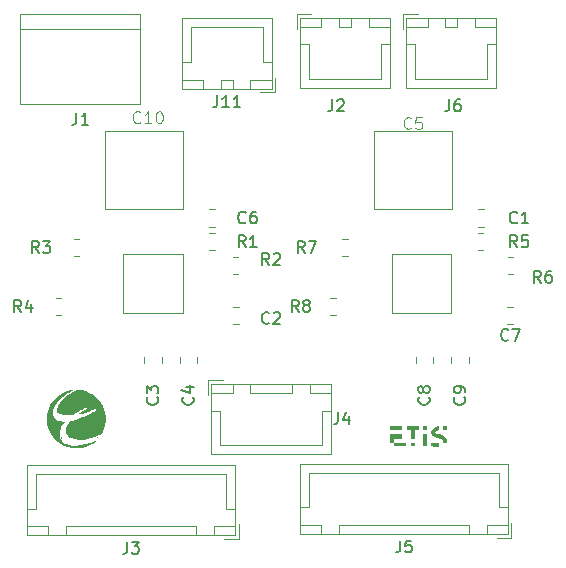
<source format=gbr>
%TF.GenerationSoftware,KiCad,Pcbnew,8.0.6*%
%TF.CreationDate,2025-01-21T14:15:01+01:00*%
%TF.ProjectId,Drivers_PCB,44726976-6572-4735-9f50-43422e6b6963,rev?*%
%TF.SameCoordinates,Original*%
%TF.FileFunction,Legend,Top*%
%TF.FilePolarity,Positive*%
%FSLAX46Y46*%
G04 Gerber Fmt 4.6, Leading zero omitted, Abs format (unit mm)*
G04 Created by KiCad (PCBNEW 8.0.6) date 2025-01-21 14:15:01*
%MOMM*%
%LPD*%
G01*
G04 APERTURE LIST*
%ADD10C,0.150000*%
%ADD11C,0.100000*%
%ADD12C,0.120000*%
%ADD13C,0.000000*%
%ADD14C,0.050000*%
G04 APERTURE END LIST*
D10*
X116833333Y-65859580D02*
X116785714Y-65907200D01*
X116785714Y-65907200D02*
X116642857Y-65954819D01*
X116642857Y-65954819D02*
X116547619Y-65954819D01*
X116547619Y-65954819D02*
X116404762Y-65907200D01*
X116404762Y-65907200D02*
X116309524Y-65811961D01*
X116309524Y-65811961D02*
X116261905Y-65716723D01*
X116261905Y-65716723D02*
X116214286Y-65526247D01*
X116214286Y-65526247D02*
X116214286Y-65383390D01*
X116214286Y-65383390D02*
X116261905Y-65192914D01*
X116261905Y-65192914D02*
X116309524Y-65097676D01*
X116309524Y-65097676D02*
X116404762Y-65002438D01*
X116404762Y-65002438D02*
X116547619Y-64954819D01*
X116547619Y-64954819D02*
X116642857Y-64954819D01*
X116642857Y-64954819D02*
X116785714Y-65002438D01*
X116785714Y-65002438D02*
X116833333Y-65050057D01*
X117690476Y-64954819D02*
X117500000Y-64954819D01*
X117500000Y-64954819D02*
X117404762Y-65002438D01*
X117404762Y-65002438D02*
X117357143Y-65050057D01*
X117357143Y-65050057D02*
X117261905Y-65192914D01*
X117261905Y-65192914D02*
X117214286Y-65383390D01*
X117214286Y-65383390D02*
X117214286Y-65764342D01*
X117214286Y-65764342D02*
X117261905Y-65859580D01*
X117261905Y-65859580D02*
X117309524Y-65907200D01*
X117309524Y-65907200D02*
X117404762Y-65954819D01*
X117404762Y-65954819D02*
X117595238Y-65954819D01*
X117595238Y-65954819D02*
X117690476Y-65907200D01*
X117690476Y-65907200D02*
X117738095Y-65859580D01*
X117738095Y-65859580D02*
X117785714Y-65764342D01*
X117785714Y-65764342D02*
X117785714Y-65526247D01*
X117785714Y-65526247D02*
X117738095Y-65431009D01*
X117738095Y-65431009D02*
X117690476Y-65383390D01*
X117690476Y-65383390D02*
X117595238Y-65335771D01*
X117595238Y-65335771D02*
X117404762Y-65335771D01*
X117404762Y-65335771D02*
X117309524Y-65383390D01*
X117309524Y-65383390D02*
X117261905Y-65431009D01*
X117261905Y-65431009D02*
X117214286Y-65526247D01*
X102516666Y-56584819D02*
X102516666Y-57299104D01*
X102516666Y-57299104D02*
X102469047Y-57441961D01*
X102469047Y-57441961D02*
X102373809Y-57537200D01*
X102373809Y-57537200D02*
X102230952Y-57584819D01*
X102230952Y-57584819D02*
X102135714Y-57584819D01*
X103516666Y-57584819D02*
X102945238Y-57584819D01*
X103230952Y-57584819D02*
X103230952Y-56584819D01*
X103230952Y-56584819D02*
X103135714Y-56727676D01*
X103135714Y-56727676D02*
X103040476Y-56822914D01*
X103040476Y-56822914D02*
X102945238Y-56870533D01*
X129916666Y-92804819D02*
X129916666Y-93519104D01*
X129916666Y-93519104D02*
X129869047Y-93661961D01*
X129869047Y-93661961D02*
X129773809Y-93757200D01*
X129773809Y-93757200D02*
X129630952Y-93804819D01*
X129630952Y-93804819D02*
X129535714Y-93804819D01*
X130869047Y-92804819D02*
X130392857Y-92804819D01*
X130392857Y-92804819D02*
X130345238Y-93281009D01*
X130345238Y-93281009D02*
X130392857Y-93233390D01*
X130392857Y-93233390D02*
X130488095Y-93185771D01*
X130488095Y-93185771D02*
X130726190Y-93185771D01*
X130726190Y-93185771D02*
X130821428Y-93233390D01*
X130821428Y-93233390D02*
X130869047Y-93281009D01*
X130869047Y-93281009D02*
X130916666Y-93376247D01*
X130916666Y-93376247D02*
X130916666Y-93614342D01*
X130916666Y-93614342D02*
X130869047Y-93709580D01*
X130869047Y-93709580D02*
X130821428Y-93757200D01*
X130821428Y-93757200D02*
X130726190Y-93804819D01*
X130726190Y-93804819D02*
X130488095Y-93804819D01*
X130488095Y-93804819D02*
X130392857Y-93757200D01*
X130392857Y-93757200D02*
X130345238Y-93709580D01*
X121333333Y-73454819D02*
X121000000Y-72978628D01*
X120761905Y-73454819D02*
X120761905Y-72454819D01*
X120761905Y-72454819D02*
X121142857Y-72454819D01*
X121142857Y-72454819D02*
X121238095Y-72502438D01*
X121238095Y-72502438D02*
X121285714Y-72550057D01*
X121285714Y-72550057D02*
X121333333Y-72645295D01*
X121333333Y-72645295D02*
X121333333Y-72788152D01*
X121333333Y-72788152D02*
X121285714Y-72883390D01*
X121285714Y-72883390D02*
X121238095Y-72931009D01*
X121238095Y-72931009D02*
X121142857Y-72978628D01*
X121142857Y-72978628D02*
X120761905Y-72978628D01*
X121904762Y-72883390D02*
X121809524Y-72835771D01*
X121809524Y-72835771D02*
X121761905Y-72788152D01*
X121761905Y-72788152D02*
X121714286Y-72692914D01*
X121714286Y-72692914D02*
X121714286Y-72645295D01*
X121714286Y-72645295D02*
X121761905Y-72550057D01*
X121761905Y-72550057D02*
X121809524Y-72502438D01*
X121809524Y-72502438D02*
X121904762Y-72454819D01*
X121904762Y-72454819D02*
X122095238Y-72454819D01*
X122095238Y-72454819D02*
X122190476Y-72502438D01*
X122190476Y-72502438D02*
X122238095Y-72550057D01*
X122238095Y-72550057D02*
X122285714Y-72645295D01*
X122285714Y-72645295D02*
X122285714Y-72692914D01*
X122285714Y-72692914D02*
X122238095Y-72788152D01*
X122238095Y-72788152D02*
X122190476Y-72835771D01*
X122190476Y-72835771D02*
X122095238Y-72883390D01*
X122095238Y-72883390D02*
X121904762Y-72883390D01*
X121904762Y-72883390D02*
X121809524Y-72931009D01*
X121809524Y-72931009D02*
X121761905Y-72978628D01*
X121761905Y-72978628D02*
X121714286Y-73073866D01*
X121714286Y-73073866D02*
X121714286Y-73264342D01*
X121714286Y-73264342D02*
X121761905Y-73359580D01*
X121761905Y-73359580D02*
X121809524Y-73407200D01*
X121809524Y-73407200D02*
X121904762Y-73454819D01*
X121904762Y-73454819D02*
X122095238Y-73454819D01*
X122095238Y-73454819D02*
X122190476Y-73407200D01*
X122190476Y-73407200D02*
X122238095Y-73359580D01*
X122238095Y-73359580D02*
X122285714Y-73264342D01*
X122285714Y-73264342D02*
X122285714Y-73073866D01*
X122285714Y-73073866D02*
X122238095Y-72978628D01*
X122238095Y-72978628D02*
X122190476Y-72931009D01*
X122190476Y-72931009D02*
X122095238Y-72883390D01*
X118833333Y-74359580D02*
X118785714Y-74407200D01*
X118785714Y-74407200D02*
X118642857Y-74454819D01*
X118642857Y-74454819D02*
X118547619Y-74454819D01*
X118547619Y-74454819D02*
X118404762Y-74407200D01*
X118404762Y-74407200D02*
X118309524Y-74311961D01*
X118309524Y-74311961D02*
X118261905Y-74216723D01*
X118261905Y-74216723D02*
X118214286Y-74026247D01*
X118214286Y-74026247D02*
X118214286Y-73883390D01*
X118214286Y-73883390D02*
X118261905Y-73692914D01*
X118261905Y-73692914D02*
X118309524Y-73597676D01*
X118309524Y-73597676D02*
X118404762Y-73502438D01*
X118404762Y-73502438D02*
X118547619Y-73454819D01*
X118547619Y-73454819D02*
X118642857Y-73454819D01*
X118642857Y-73454819D02*
X118785714Y-73502438D01*
X118785714Y-73502438D02*
X118833333Y-73550057D01*
X119214286Y-73550057D02*
X119261905Y-73502438D01*
X119261905Y-73502438D02*
X119357143Y-73454819D01*
X119357143Y-73454819D02*
X119595238Y-73454819D01*
X119595238Y-73454819D02*
X119690476Y-73502438D01*
X119690476Y-73502438D02*
X119738095Y-73550057D01*
X119738095Y-73550057D02*
X119785714Y-73645295D01*
X119785714Y-73645295D02*
X119785714Y-73740533D01*
X119785714Y-73740533D02*
X119738095Y-73883390D01*
X119738095Y-73883390D02*
X119166667Y-74454819D01*
X119166667Y-74454819D02*
X119785714Y-74454819D01*
X141833333Y-70954819D02*
X141500000Y-70478628D01*
X141261905Y-70954819D02*
X141261905Y-69954819D01*
X141261905Y-69954819D02*
X141642857Y-69954819D01*
X141642857Y-69954819D02*
X141738095Y-70002438D01*
X141738095Y-70002438D02*
X141785714Y-70050057D01*
X141785714Y-70050057D02*
X141833333Y-70145295D01*
X141833333Y-70145295D02*
X141833333Y-70288152D01*
X141833333Y-70288152D02*
X141785714Y-70383390D01*
X141785714Y-70383390D02*
X141738095Y-70431009D01*
X141738095Y-70431009D02*
X141642857Y-70478628D01*
X141642857Y-70478628D02*
X141261905Y-70478628D01*
X142690476Y-69954819D02*
X142500000Y-69954819D01*
X142500000Y-69954819D02*
X142404762Y-70002438D01*
X142404762Y-70002438D02*
X142357143Y-70050057D01*
X142357143Y-70050057D02*
X142261905Y-70192914D01*
X142261905Y-70192914D02*
X142214286Y-70383390D01*
X142214286Y-70383390D02*
X142214286Y-70764342D01*
X142214286Y-70764342D02*
X142261905Y-70859580D01*
X142261905Y-70859580D02*
X142309524Y-70907200D01*
X142309524Y-70907200D02*
X142404762Y-70954819D01*
X142404762Y-70954819D02*
X142595238Y-70954819D01*
X142595238Y-70954819D02*
X142690476Y-70907200D01*
X142690476Y-70907200D02*
X142738095Y-70859580D01*
X142738095Y-70859580D02*
X142785714Y-70764342D01*
X142785714Y-70764342D02*
X142785714Y-70526247D01*
X142785714Y-70526247D02*
X142738095Y-70431009D01*
X142738095Y-70431009D02*
X142690476Y-70383390D01*
X142690476Y-70383390D02*
X142595238Y-70335771D01*
X142595238Y-70335771D02*
X142404762Y-70335771D01*
X142404762Y-70335771D02*
X142309524Y-70383390D01*
X142309524Y-70383390D02*
X142261905Y-70431009D01*
X142261905Y-70431009D02*
X142214286Y-70526247D01*
X134066666Y-55454819D02*
X134066666Y-56169104D01*
X134066666Y-56169104D02*
X134019047Y-56311961D01*
X134019047Y-56311961D02*
X133923809Y-56407200D01*
X133923809Y-56407200D02*
X133780952Y-56454819D01*
X133780952Y-56454819D02*
X133685714Y-56454819D01*
X134971428Y-55454819D02*
X134780952Y-55454819D01*
X134780952Y-55454819D02*
X134685714Y-55502438D01*
X134685714Y-55502438D02*
X134638095Y-55550057D01*
X134638095Y-55550057D02*
X134542857Y-55692914D01*
X134542857Y-55692914D02*
X134495238Y-55883390D01*
X134495238Y-55883390D02*
X134495238Y-56264342D01*
X134495238Y-56264342D02*
X134542857Y-56359580D01*
X134542857Y-56359580D02*
X134590476Y-56407200D01*
X134590476Y-56407200D02*
X134685714Y-56454819D01*
X134685714Y-56454819D02*
X134876190Y-56454819D01*
X134876190Y-56454819D02*
X134971428Y-56407200D01*
X134971428Y-56407200D02*
X135019047Y-56359580D01*
X135019047Y-56359580D02*
X135066666Y-56264342D01*
X135066666Y-56264342D02*
X135066666Y-56026247D01*
X135066666Y-56026247D02*
X135019047Y-55931009D01*
X135019047Y-55931009D02*
X134971428Y-55883390D01*
X134971428Y-55883390D02*
X134876190Y-55835771D01*
X134876190Y-55835771D02*
X134685714Y-55835771D01*
X134685714Y-55835771D02*
X134590476Y-55883390D01*
X134590476Y-55883390D02*
X134542857Y-55931009D01*
X134542857Y-55931009D02*
X134495238Y-56026247D01*
X116833333Y-67954819D02*
X116500000Y-67478628D01*
X116261905Y-67954819D02*
X116261905Y-66954819D01*
X116261905Y-66954819D02*
X116642857Y-66954819D01*
X116642857Y-66954819D02*
X116738095Y-67002438D01*
X116738095Y-67002438D02*
X116785714Y-67050057D01*
X116785714Y-67050057D02*
X116833333Y-67145295D01*
X116833333Y-67145295D02*
X116833333Y-67288152D01*
X116833333Y-67288152D02*
X116785714Y-67383390D01*
X116785714Y-67383390D02*
X116738095Y-67431009D01*
X116738095Y-67431009D02*
X116642857Y-67478628D01*
X116642857Y-67478628D02*
X116261905Y-67478628D01*
X117785714Y-67954819D02*
X117214286Y-67954819D01*
X117500000Y-67954819D02*
X117500000Y-66954819D01*
X117500000Y-66954819D02*
X117404762Y-67097676D01*
X117404762Y-67097676D02*
X117309524Y-67192914D01*
X117309524Y-67192914D02*
X117214286Y-67240533D01*
X106816666Y-92904819D02*
X106816666Y-93619104D01*
X106816666Y-93619104D02*
X106769047Y-93761961D01*
X106769047Y-93761961D02*
X106673809Y-93857200D01*
X106673809Y-93857200D02*
X106530952Y-93904819D01*
X106530952Y-93904819D02*
X106435714Y-93904819D01*
X107197619Y-92904819D02*
X107816666Y-92904819D01*
X107816666Y-92904819D02*
X107483333Y-93285771D01*
X107483333Y-93285771D02*
X107626190Y-93285771D01*
X107626190Y-93285771D02*
X107721428Y-93333390D01*
X107721428Y-93333390D02*
X107769047Y-93381009D01*
X107769047Y-93381009D02*
X107816666Y-93476247D01*
X107816666Y-93476247D02*
X107816666Y-93714342D01*
X107816666Y-93714342D02*
X107769047Y-93809580D01*
X107769047Y-93809580D02*
X107721428Y-93857200D01*
X107721428Y-93857200D02*
X107626190Y-93904819D01*
X107626190Y-93904819D02*
X107340476Y-93904819D01*
X107340476Y-93904819D02*
X107245238Y-93857200D01*
X107245238Y-93857200D02*
X107197619Y-93809580D01*
X99333333Y-68454819D02*
X99000000Y-67978628D01*
X98761905Y-68454819D02*
X98761905Y-67454819D01*
X98761905Y-67454819D02*
X99142857Y-67454819D01*
X99142857Y-67454819D02*
X99238095Y-67502438D01*
X99238095Y-67502438D02*
X99285714Y-67550057D01*
X99285714Y-67550057D02*
X99333333Y-67645295D01*
X99333333Y-67645295D02*
X99333333Y-67788152D01*
X99333333Y-67788152D02*
X99285714Y-67883390D01*
X99285714Y-67883390D02*
X99238095Y-67931009D01*
X99238095Y-67931009D02*
X99142857Y-67978628D01*
X99142857Y-67978628D02*
X98761905Y-67978628D01*
X99666667Y-67454819D02*
X100285714Y-67454819D01*
X100285714Y-67454819D02*
X99952381Y-67835771D01*
X99952381Y-67835771D02*
X100095238Y-67835771D01*
X100095238Y-67835771D02*
X100190476Y-67883390D01*
X100190476Y-67883390D02*
X100238095Y-67931009D01*
X100238095Y-67931009D02*
X100285714Y-68026247D01*
X100285714Y-68026247D02*
X100285714Y-68264342D01*
X100285714Y-68264342D02*
X100238095Y-68359580D01*
X100238095Y-68359580D02*
X100190476Y-68407200D01*
X100190476Y-68407200D02*
X100095238Y-68454819D01*
X100095238Y-68454819D02*
X99809524Y-68454819D01*
X99809524Y-68454819D02*
X99714286Y-68407200D01*
X99714286Y-68407200D02*
X99666667Y-68359580D01*
X118833333Y-69454819D02*
X118500000Y-68978628D01*
X118261905Y-69454819D02*
X118261905Y-68454819D01*
X118261905Y-68454819D02*
X118642857Y-68454819D01*
X118642857Y-68454819D02*
X118738095Y-68502438D01*
X118738095Y-68502438D02*
X118785714Y-68550057D01*
X118785714Y-68550057D02*
X118833333Y-68645295D01*
X118833333Y-68645295D02*
X118833333Y-68788152D01*
X118833333Y-68788152D02*
X118785714Y-68883390D01*
X118785714Y-68883390D02*
X118738095Y-68931009D01*
X118738095Y-68931009D02*
X118642857Y-68978628D01*
X118642857Y-68978628D02*
X118261905Y-68978628D01*
X119214286Y-68550057D02*
X119261905Y-68502438D01*
X119261905Y-68502438D02*
X119357143Y-68454819D01*
X119357143Y-68454819D02*
X119595238Y-68454819D01*
X119595238Y-68454819D02*
X119690476Y-68502438D01*
X119690476Y-68502438D02*
X119738095Y-68550057D01*
X119738095Y-68550057D02*
X119785714Y-68645295D01*
X119785714Y-68645295D02*
X119785714Y-68740533D01*
X119785714Y-68740533D02*
X119738095Y-68883390D01*
X119738095Y-68883390D02*
X119166667Y-69454819D01*
X119166667Y-69454819D02*
X119785714Y-69454819D01*
X139083333Y-75789580D02*
X139035714Y-75837200D01*
X139035714Y-75837200D02*
X138892857Y-75884819D01*
X138892857Y-75884819D02*
X138797619Y-75884819D01*
X138797619Y-75884819D02*
X138654762Y-75837200D01*
X138654762Y-75837200D02*
X138559524Y-75741961D01*
X138559524Y-75741961D02*
X138511905Y-75646723D01*
X138511905Y-75646723D02*
X138464286Y-75456247D01*
X138464286Y-75456247D02*
X138464286Y-75313390D01*
X138464286Y-75313390D02*
X138511905Y-75122914D01*
X138511905Y-75122914D02*
X138559524Y-75027676D01*
X138559524Y-75027676D02*
X138654762Y-74932438D01*
X138654762Y-74932438D02*
X138797619Y-74884819D01*
X138797619Y-74884819D02*
X138892857Y-74884819D01*
X138892857Y-74884819D02*
X139035714Y-74932438D01*
X139035714Y-74932438D02*
X139083333Y-74980057D01*
X139416667Y-74884819D02*
X140083333Y-74884819D01*
X140083333Y-74884819D02*
X139654762Y-75884819D01*
X132359580Y-80666666D02*
X132407200Y-80714285D01*
X132407200Y-80714285D02*
X132454819Y-80857142D01*
X132454819Y-80857142D02*
X132454819Y-80952380D01*
X132454819Y-80952380D02*
X132407200Y-81095237D01*
X132407200Y-81095237D02*
X132311961Y-81190475D01*
X132311961Y-81190475D02*
X132216723Y-81238094D01*
X132216723Y-81238094D02*
X132026247Y-81285713D01*
X132026247Y-81285713D02*
X131883390Y-81285713D01*
X131883390Y-81285713D02*
X131692914Y-81238094D01*
X131692914Y-81238094D02*
X131597676Y-81190475D01*
X131597676Y-81190475D02*
X131502438Y-81095237D01*
X131502438Y-81095237D02*
X131454819Y-80952380D01*
X131454819Y-80952380D02*
X131454819Y-80857142D01*
X131454819Y-80857142D02*
X131502438Y-80714285D01*
X131502438Y-80714285D02*
X131550057Y-80666666D01*
X131883390Y-80095237D02*
X131835771Y-80190475D01*
X131835771Y-80190475D02*
X131788152Y-80238094D01*
X131788152Y-80238094D02*
X131692914Y-80285713D01*
X131692914Y-80285713D02*
X131645295Y-80285713D01*
X131645295Y-80285713D02*
X131550057Y-80238094D01*
X131550057Y-80238094D02*
X131502438Y-80190475D01*
X131502438Y-80190475D02*
X131454819Y-80095237D01*
X131454819Y-80095237D02*
X131454819Y-79904761D01*
X131454819Y-79904761D02*
X131502438Y-79809523D01*
X131502438Y-79809523D02*
X131550057Y-79761904D01*
X131550057Y-79761904D02*
X131645295Y-79714285D01*
X131645295Y-79714285D02*
X131692914Y-79714285D01*
X131692914Y-79714285D02*
X131788152Y-79761904D01*
X131788152Y-79761904D02*
X131835771Y-79809523D01*
X131835771Y-79809523D02*
X131883390Y-79904761D01*
X131883390Y-79904761D02*
X131883390Y-80095237D01*
X131883390Y-80095237D02*
X131931009Y-80190475D01*
X131931009Y-80190475D02*
X131978628Y-80238094D01*
X131978628Y-80238094D02*
X132073866Y-80285713D01*
X132073866Y-80285713D02*
X132264342Y-80285713D01*
X132264342Y-80285713D02*
X132359580Y-80238094D01*
X132359580Y-80238094D02*
X132407200Y-80190475D01*
X132407200Y-80190475D02*
X132454819Y-80095237D01*
X132454819Y-80095237D02*
X132454819Y-79904761D01*
X132454819Y-79904761D02*
X132407200Y-79809523D01*
X132407200Y-79809523D02*
X132359580Y-79761904D01*
X132359580Y-79761904D02*
X132264342Y-79714285D01*
X132264342Y-79714285D02*
X132073866Y-79714285D01*
X132073866Y-79714285D02*
X131978628Y-79761904D01*
X131978628Y-79761904D02*
X131931009Y-79809523D01*
X131931009Y-79809523D02*
X131883390Y-79904761D01*
X121833333Y-68454819D02*
X121500000Y-67978628D01*
X121261905Y-68454819D02*
X121261905Y-67454819D01*
X121261905Y-67454819D02*
X121642857Y-67454819D01*
X121642857Y-67454819D02*
X121738095Y-67502438D01*
X121738095Y-67502438D02*
X121785714Y-67550057D01*
X121785714Y-67550057D02*
X121833333Y-67645295D01*
X121833333Y-67645295D02*
X121833333Y-67788152D01*
X121833333Y-67788152D02*
X121785714Y-67883390D01*
X121785714Y-67883390D02*
X121738095Y-67931009D01*
X121738095Y-67931009D02*
X121642857Y-67978628D01*
X121642857Y-67978628D02*
X121261905Y-67978628D01*
X122166667Y-67454819D02*
X122833333Y-67454819D01*
X122833333Y-67454819D02*
X122404762Y-68454819D01*
D11*
X130833333Y-57862180D02*
X130785714Y-57909800D01*
X130785714Y-57909800D02*
X130642857Y-57957419D01*
X130642857Y-57957419D02*
X130547619Y-57957419D01*
X130547619Y-57957419D02*
X130404762Y-57909800D01*
X130404762Y-57909800D02*
X130309524Y-57814561D01*
X130309524Y-57814561D02*
X130261905Y-57719323D01*
X130261905Y-57719323D02*
X130214286Y-57528847D01*
X130214286Y-57528847D02*
X130214286Y-57385990D01*
X130214286Y-57385990D02*
X130261905Y-57195514D01*
X130261905Y-57195514D02*
X130309524Y-57100276D01*
X130309524Y-57100276D02*
X130404762Y-57005038D01*
X130404762Y-57005038D02*
X130547619Y-56957419D01*
X130547619Y-56957419D02*
X130642857Y-56957419D01*
X130642857Y-56957419D02*
X130785714Y-57005038D01*
X130785714Y-57005038D02*
X130833333Y-57052657D01*
X131738095Y-56957419D02*
X131261905Y-56957419D01*
X131261905Y-56957419D02*
X131214286Y-57433609D01*
X131214286Y-57433609D02*
X131261905Y-57385990D01*
X131261905Y-57385990D02*
X131357143Y-57338371D01*
X131357143Y-57338371D02*
X131595238Y-57338371D01*
X131595238Y-57338371D02*
X131690476Y-57385990D01*
X131690476Y-57385990D02*
X131738095Y-57433609D01*
X131738095Y-57433609D02*
X131785714Y-57528847D01*
X131785714Y-57528847D02*
X131785714Y-57766942D01*
X131785714Y-57766942D02*
X131738095Y-57862180D01*
X131738095Y-57862180D02*
X131690476Y-57909800D01*
X131690476Y-57909800D02*
X131595238Y-57957419D01*
X131595238Y-57957419D02*
X131357143Y-57957419D01*
X131357143Y-57957419D02*
X131261905Y-57909800D01*
X131261905Y-57909800D02*
X131214286Y-57862180D01*
D10*
X139833333Y-67954819D02*
X139500000Y-67478628D01*
X139261905Y-67954819D02*
X139261905Y-66954819D01*
X139261905Y-66954819D02*
X139642857Y-66954819D01*
X139642857Y-66954819D02*
X139738095Y-67002438D01*
X139738095Y-67002438D02*
X139785714Y-67050057D01*
X139785714Y-67050057D02*
X139833333Y-67145295D01*
X139833333Y-67145295D02*
X139833333Y-67288152D01*
X139833333Y-67288152D02*
X139785714Y-67383390D01*
X139785714Y-67383390D02*
X139738095Y-67431009D01*
X139738095Y-67431009D02*
X139642857Y-67478628D01*
X139642857Y-67478628D02*
X139261905Y-67478628D01*
X140738095Y-66954819D02*
X140261905Y-66954819D01*
X140261905Y-66954819D02*
X140214286Y-67431009D01*
X140214286Y-67431009D02*
X140261905Y-67383390D01*
X140261905Y-67383390D02*
X140357143Y-67335771D01*
X140357143Y-67335771D02*
X140595238Y-67335771D01*
X140595238Y-67335771D02*
X140690476Y-67383390D01*
X140690476Y-67383390D02*
X140738095Y-67431009D01*
X140738095Y-67431009D02*
X140785714Y-67526247D01*
X140785714Y-67526247D02*
X140785714Y-67764342D01*
X140785714Y-67764342D02*
X140738095Y-67859580D01*
X140738095Y-67859580D02*
X140690476Y-67907200D01*
X140690476Y-67907200D02*
X140595238Y-67954819D01*
X140595238Y-67954819D02*
X140357143Y-67954819D01*
X140357143Y-67954819D02*
X140261905Y-67907200D01*
X140261905Y-67907200D02*
X140214286Y-67859580D01*
X124666666Y-81954819D02*
X124666666Y-82669104D01*
X124666666Y-82669104D02*
X124619047Y-82811961D01*
X124619047Y-82811961D02*
X124523809Y-82907200D01*
X124523809Y-82907200D02*
X124380952Y-82954819D01*
X124380952Y-82954819D02*
X124285714Y-82954819D01*
X125571428Y-82288152D02*
X125571428Y-82954819D01*
X125333333Y-81907200D02*
X125095238Y-82621485D01*
X125095238Y-82621485D02*
X125714285Y-82621485D01*
D11*
X107907142Y-57362180D02*
X107859523Y-57409800D01*
X107859523Y-57409800D02*
X107716666Y-57457419D01*
X107716666Y-57457419D02*
X107621428Y-57457419D01*
X107621428Y-57457419D02*
X107478571Y-57409800D01*
X107478571Y-57409800D02*
X107383333Y-57314561D01*
X107383333Y-57314561D02*
X107335714Y-57219323D01*
X107335714Y-57219323D02*
X107288095Y-57028847D01*
X107288095Y-57028847D02*
X107288095Y-56885990D01*
X107288095Y-56885990D02*
X107335714Y-56695514D01*
X107335714Y-56695514D02*
X107383333Y-56600276D01*
X107383333Y-56600276D02*
X107478571Y-56505038D01*
X107478571Y-56505038D02*
X107621428Y-56457419D01*
X107621428Y-56457419D02*
X107716666Y-56457419D01*
X107716666Y-56457419D02*
X107859523Y-56505038D01*
X107859523Y-56505038D02*
X107907142Y-56552657D01*
X108859523Y-57457419D02*
X108288095Y-57457419D01*
X108573809Y-57457419D02*
X108573809Y-56457419D01*
X108573809Y-56457419D02*
X108478571Y-56600276D01*
X108478571Y-56600276D02*
X108383333Y-56695514D01*
X108383333Y-56695514D02*
X108288095Y-56743133D01*
X109478571Y-56457419D02*
X109573809Y-56457419D01*
X109573809Y-56457419D02*
X109669047Y-56505038D01*
X109669047Y-56505038D02*
X109716666Y-56552657D01*
X109716666Y-56552657D02*
X109764285Y-56647895D01*
X109764285Y-56647895D02*
X109811904Y-56838371D01*
X109811904Y-56838371D02*
X109811904Y-57076466D01*
X109811904Y-57076466D02*
X109764285Y-57266942D01*
X109764285Y-57266942D02*
X109716666Y-57362180D01*
X109716666Y-57362180D02*
X109669047Y-57409800D01*
X109669047Y-57409800D02*
X109573809Y-57457419D01*
X109573809Y-57457419D02*
X109478571Y-57457419D01*
X109478571Y-57457419D02*
X109383333Y-57409800D01*
X109383333Y-57409800D02*
X109335714Y-57362180D01*
X109335714Y-57362180D02*
X109288095Y-57266942D01*
X109288095Y-57266942D02*
X109240476Y-57076466D01*
X109240476Y-57076466D02*
X109240476Y-56838371D01*
X109240476Y-56838371D02*
X109288095Y-56647895D01*
X109288095Y-56647895D02*
X109335714Y-56552657D01*
X109335714Y-56552657D02*
X109383333Y-56505038D01*
X109383333Y-56505038D02*
X109478571Y-56457419D01*
D10*
X109359580Y-80666666D02*
X109407200Y-80714285D01*
X109407200Y-80714285D02*
X109454819Y-80857142D01*
X109454819Y-80857142D02*
X109454819Y-80952380D01*
X109454819Y-80952380D02*
X109407200Y-81095237D01*
X109407200Y-81095237D02*
X109311961Y-81190475D01*
X109311961Y-81190475D02*
X109216723Y-81238094D01*
X109216723Y-81238094D02*
X109026247Y-81285713D01*
X109026247Y-81285713D02*
X108883390Y-81285713D01*
X108883390Y-81285713D02*
X108692914Y-81238094D01*
X108692914Y-81238094D02*
X108597676Y-81190475D01*
X108597676Y-81190475D02*
X108502438Y-81095237D01*
X108502438Y-81095237D02*
X108454819Y-80952380D01*
X108454819Y-80952380D02*
X108454819Y-80857142D01*
X108454819Y-80857142D02*
X108502438Y-80714285D01*
X108502438Y-80714285D02*
X108550057Y-80666666D01*
X108454819Y-80333332D02*
X108454819Y-79714285D01*
X108454819Y-79714285D02*
X108835771Y-80047618D01*
X108835771Y-80047618D02*
X108835771Y-79904761D01*
X108835771Y-79904761D02*
X108883390Y-79809523D01*
X108883390Y-79809523D02*
X108931009Y-79761904D01*
X108931009Y-79761904D02*
X109026247Y-79714285D01*
X109026247Y-79714285D02*
X109264342Y-79714285D01*
X109264342Y-79714285D02*
X109359580Y-79761904D01*
X109359580Y-79761904D02*
X109407200Y-79809523D01*
X109407200Y-79809523D02*
X109454819Y-79904761D01*
X109454819Y-79904761D02*
X109454819Y-80190475D01*
X109454819Y-80190475D02*
X109407200Y-80285713D01*
X109407200Y-80285713D02*
X109359580Y-80333332D01*
X112359580Y-80666666D02*
X112407200Y-80714285D01*
X112407200Y-80714285D02*
X112454819Y-80857142D01*
X112454819Y-80857142D02*
X112454819Y-80952380D01*
X112454819Y-80952380D02*
X112407200Y-81095237D01*
X112407200Y-81095237D02*
X112311961Y-81190475D01*
X112311961Y-81190475D02*
X112216723Y-81238094D01*
X112216723Y-81238094D02*
X112026247Y-81285713D01*
X112026247Y-81285713D02*
X111883390Y-81285713D01*
X111883390Y-81285713D02*
X111692914Y-81238094D01*
X111692914Y-81238094D02*
X111597676Y-81190475D01*
X111597676Y-81190475D02*
X111502438Y-81095237D01*
X111502438Y-81095237D02*
X111454819Y-80952380D01*
X111454819Y-80952380D02*
X111454819Y-80857142D01*
X111454819Y-80857142D02*
X111502438Y-80714285D01*
X111502438Y-80714285D02*
X111550057Y-80666666D01*
X111788152Y-79809523D02*
X112454819Y-79809523D01*
X111407200Y-80047618D02*
X112121485Y-80285713D01*
X112121485Y-80285713D02*
X112121485Y-79666666D01*
X114440476Y-55104819D02*
X114440476Y-55819104D01*
X114440476Y-55819104D02*
X114392857Y-55961961D01*
X114392857Y-55961961D02*
X114297619Y-56057200D01*
X114297619Y-56057200D02*
X114154762Y-56104819D01*
X114154762Y-56104819D02*
X114059524Y-56104819D01*
X115440476Y-56104819D02*
X114869048Y-56104819D01*
X115154762Y-56104819D02*
X115154762Y-55104819D01*
X115154762Y-55104819D02*
X115059524Y-55247676D01*
X115059524Y-55247676D02*
X114964286Y-55342914D01*
X114964286Y-55342914D02*
X114869048Y-55390533D01*
X116392857Y-56104819D02*
X115821429Y-56104819D01*
X116107143Y-56104819D02*
X116107143Y-55104819D01*
X116107143Y-55104819D02*
X116011905Y-55247676D01*
X116011905Y-55247676D02*
X115916667Y-55342914D01*
X115916667Y-55342914D02*
X115821429Y-55390533D01*
X124166666Y-55454819D02*
X124166666Y-56169104D01*
X124166666Y-56169104D02*
X124119047Y-56311961D01*
X124119047Y-56311961D02*
X124023809Y-56407200D01*
X124023809Y-56407200D02*
X123880952Y-56454819D01*
X123880952Y-56454819D02*
X123785714Y-56454819D01*
X124595238Y-55550057D02*
X124642857Y-55502438D01*
X124642857Y-55502438D02*
X124738095Y-55454819D01*
X124738095Y-55454819D02*
X124976190Y-55454819D01*
X124976190Y-55454819D02*
X125071428Y-55502438D01*
X125071428Y-55502438D02*
X125119047Y-55550057D01*
X125119047Y-55550057D02*
X125166666Y-55645295D01*
X125166666Y-55645295D02*
X125166666Y-55740533D01*
X125166666Y-55740533D02*
X125119047Y-55883390D01*
X125119047Y-55883390D02*
X124547619Y-56454819D01*
X124547619Y-56454819D02*
X125166666Y-56454819D01*
X139833333Y-65859580D02*
X139785714Y-65907200D01*
X139785714Y-65907200D02*
X139642857Y-65954819D01*
X139642857Y-65954819D02*
X139547619Y-65954819D01*
X139547619Y-65954819D02*
X139404762Y-65907200D01*
X139404762Y-65907200D02*
X139309524Y-65811961D01*
X139309524Y-65811961D02*
X139261905Y-65716723D01*
X139261905Y-65716723D02*
X139214286Y-65526247D01*
X139214286Y-65526247D02*
X139214286Y-65383390D01*
X139214286Y-65383390D02*
X139261905Y-65192914D01*
X139261905Y-65192914D02*
X139309524Y-65097676D01*
X139309524Y-65097676D02*
X139404762Y-65002438D01*
X139404762Y-65002438D02*
X139547619Y-64954819D01*
X139547619Y-64954819D02*
X139642857Y-64954819D01*
X139642857Y-64954819D02*
X139785714Y-65002438D01*
X139785714Y-65002438D02*
X139833333Y-65050057D01*
X140785714Y-65954819D02*
X140214286Y-65954819D01*
X140500000Y-65954819D02*
X140500000Y-64954819D01*
X140500000Y-64954819D02*
X140404762Y-65097676D01*
X140404762Y-65097676D02*
X140309524Y-65192914D01*
X140309524Y-65192914D02*
X140214286Y-65240533D01*
X135359580Y-80666666D02*
X135407200Y-80714285D01*
X135407200Y-80714285D02*
X135454819Y-80857142D01*
X135454819Y-80857142D02*
X135454819Y-80952380D01*
X135454819Y-80952380D02*
X135407200Y-81095237D01*
X135407200Y-81095237D02*
X135311961Y-81190475D01*
X135311961Y-81190475D02*
X135216723Y-81238094D01*
X135216723Y-81238094D02*
X135026247Y-81285713D01*
X135026247Y-81285713D02*
X134883390Y-81285713D01*
X134883390Y-81285713D02*
X134692914Y-81238094D01*
X134692914Y-81238094D02*
X134597676Y-81190475D01*
X134597676Y-81190475D02*
X134502438Y-81095237D01*
X134502438Y-81095237D02*
X134454819Y-80952380D01*
X134454819Y-80952380D02*
X134454819Y-80857142D01*
X134454819Y-80857142D02*
X134502438Y-80714285D01*
X134502438Y-80714285D02*
X134550057Y-80666666D01*
X135454819Y-80190475D02*
X135454819Y-79999999D01*
X135454819Y-79999999D02*
X135407200Y-79904761D01*
X135407200Y-79904761D02*
X135359580Y-79857142D01*
X135359580Y-79857142D02*
X135216723Y-79761904D01*
X135216723Y-79761904D02*
X135026247Y-79714285D01*
X135026247Y-79714285D02*
X134645295Y-79714285D01*
X134645295Y-79714285D02*
X134550057Y-79761904D01*
X134550057Y-79761904D02*
X134502438Y-79809523D01*
X134502438Y-79809523D02*
X134454819Y-79904761D01*
X134454819Y-79904761D02*
X134454819Y-80095237D01*
X134454819Y-80095237D02*
X134502438Y-80190475D01*
X134502438Y-80190475D02*
X134550057Y-80238094D01*
X134550057Y-80238094D02*
X134645295Y-80285713D01*
X134645295Y-80285713D02*
X134883390Y-80285713D01*
X134883390Y-80285713D02*
X134978628Y-80238094D01*
X134978628Y-80238094D02*
X135026247Y-80190475D01*
X135026247Y-80190475D02*
X135073866Y-80095237D01*
X135073866Y-80095237D02*
X135073866Y-79904761D01*
X135073866Y-79904761D02*
X135026247Y-79809523D01*
X135026247Y-79809523D02*
X134978628Y-79761904D01*
X134978628Y-79761904D02*
X134883390Y-79714285D01*
X97833333Y-73454819D02*
X97500000Y-72978628D01*
X97261905Y-73454819D02*
X97261905Y-72454819D01*
X97261905Y-72454819D02*
X97642857Y-72454819D01*
X97642857Y-72454819D02*
X97738095Y-72502438D01*
X97738095Y-72502438D02*
X97785714Y-72550057D01*
X97785714Y-72550057D02*
X97833333Y-72645295D01*
X97833333Y-72645295D02*
X97833333Y-72788152D01*
X97833333Y-72788152D02*
X97785714Y-72883390D01*
X97785714Y-72883390D02*
X97738095Y-72931009D01*
X97738095Y-72931009D02*
X97642857Y-72978628D01*
X97642857Y-72978628D02*
X97261905Y-72978628D01*
X98690476Y-72788152D02*
X98690476Y-73454819D01*
X98452381Y-72407200D02*
X98214286Y-73121485D01*
X98214286Y-73121485D02*
X98833333Y-73121485D01*
D12*
%TO.C,C6*%
X114261252Y-64765000D02*
X113738748Y-64765000D01*
X114261252Y-66235000D02*
X113738748Y-66235000D01*
%TO.C,J1*%
X97770000Y-48240000D02*
X97770000Y-55860000D01*
X97770000Y-49510000D02*
X107930000Y-49510000D01*
X97770000Y-55860000D02*
X107930000Y-55860000D01*
X107930000Y-48240000D02*
X97770000Y-48240000D01*
X107930000Y-55860000D02*
X107930000Y-48240000D01*
D13*
%TO.C,G\u002A\u002A\u002A*%
G36*
X130111576Y-83295579D02*
G01*
X130111576Y-83469132D01*
X129601126Y-83469132D01*
X129090676Y-83469132D01*
X129090676Y-83295579D01*
X129090676Y-83122026D01*
X129601126Y-83122026D01*
X130111576Y-83122026D01*
X130111576Y-83295579D01*
G37*
G36*
X130458682Y-84673794D02*
G01*
X130458682Y-84837138D01*
X129948232Y-84837138D01*
X129437782Y-84837138D01*
X129437782Y-84673794D01*
X129437782Y-84510450D01*
X129948232Y-84510450D01*
X130458682Y-84510450D01*
X130458682Y-84673794D01*
G37*
G36*
X131152894Y-84673794D02*
G01*
X131152894Y-84837138D01*
X130989550Y-84837138D01*
X130826206Y-84837138D01*
X130826206Y-84673794D01*
X130826206Y-84510450D01*
X130989550Y-84510450D01*
X131152894Y-84510450D01*
X131152894Y-84673794D01*
G37*
G36*
X132194213Y-83295579D02*
G01*
X132194213Y-83469132D01*
X132020659Y-83469132D01*
X131847106Y-83469132D01*
X131847106Y-83295579D01*
X131847106Y-83122026D01*
X132020659Y-83122026D01*
X132194213Y-83122026D01*
X132194213Y-83295579D01*
G37*
G36*
X132194213Y-84326688D02*
G01*
X132194213Y-84837138D01*
X132020659Y-84837138D01*
X131847106Y-84837138D01*
X131847106Y-84326688D01*
X131847106Y-83816238D01*
X132020659Y-83816238D01*
X132194213Y-83816238D01*
X132194213Y-84326688D01*
G37*
G36*
X133929743Y-83295579D02*
G01*
X133929743Y-83469132D01*
X133756190Y-83469132D01*
X133582637Y-83469132D01*
X133582637Y-83295579D01*
X133582637Y-83122026D01*
X133756190Y-83122026D01*
X133929743Y-83122026D01*
X133929743Y-83295579D01*
G37*
G36*
X130115180Y-83989743D02*
G01*
X130108575Y-84163344D01*
X129774004Y-84163344D01*
X129439433Y-84163344D01*
X129433503Y-84331792D01*
X129427573Y-84500241D01*
X129259124Y-84506171D01*
X129090676Y-84512101D01*
X129090676Y-84164170D01*
X129090676Y-83816238D01*
X129606230Y-83816190D01*
X130121785Y-83816142D01*
X130115180Y-83989743D01*
G37*
G36*
X133235531Y-84684003D02*
G01*
X133234979Y-84761737D01*
X133233507Y-84820330D01*
X133231388Y-84850733D01*
X133230426Y-84852980D01*
X133209372Y-84851118D01*
X133154298Y-84848855D01*
X133072015Y-84846400D01*
X132969336Y-84843962D01*
X132883320Y-84842277D01*
X132541319Y-84836151D01*
X132541319Y-84673300D01*
X132541319Y-84510450D01*
X132888425Y-84510450D01*
X133235531Y-84510450D01*
X133235531Y-84684003D01*
G37*
G36*
X131500000Y-83295579D02*
G01*
X131500000Y-83469132D01*
X131326447Y-83469132D01*
X131152894Y-83469132D01*
X131152894Y-83816238D01*
X131152894Y-84163344D01*
X130989550Y-84163344D01*
X130826206Y-84163344D01*
X130826206Y-83816238D01*
X130826206Y-83469132D01*
X130652653Y-83469132D01*
X130479100Y-83469132D01*
X130479100Y-83295579D01*
X130479100Y-83122026D01*
X130989550Y-83122026D01*
X131500000Y-83122026D01*
X131500000Y-83295579D01*
G37*
G36*
X133235531Y-83290806D02*
G01*
X133235531Y-83463419D01*
X133119328Y-83475412D01*
X133024602Y-83494537D01*
X132951754Y-83527549D01*
X132905523Y-83570130D01*
X132890648Y-83617962D01*
X132910774Y-83665430D01*
X132942495Y-83694864D01*
X132989778Y-83722204D01*
X133058728Y-83749894D01*
X133155448Y-83780377D01*
X133286041Y-83816097D01*
X133289002Y-83816872D01*
X133477500Y-83872652D01*
X133628375Y-83933017D01*
X133744808Y-84000922D01*
X133829980Y-84079321D01*
X133887070Y-84171170D01*
X133919260Y-84279422D01*
X133929731Y-84407032D01*
X133929743Y-84412066D01*
X133929743Y-84510450D01*
X133757257Y-84510450D01*
X133584771Y-84510450D01*
X133578599Y-84405323D01*
X133572392Y-84350914D01*
X133557467Y-84307701D01*
X133528600Y-84272251D01*
X133480570Y-84241133D01*
X133408152Y-84210913D01*
X133306123Y-84178158D01*
X133177441Y-84141686D01*
X133030213Y-84099571D01*
X132916024Y-84062564D01*
X132827909Y-84027557D01*
X132758907Y-83991444D01*
X132702053Y-83951118D01*
X132655850Y-83908990D01*
X132589898Y-83815645D01*
X132554096Y-83703434D01*
X132551308Y-83583870D01*
X132561709Y-83530275D01*
X132610321Y-83424215D01*
X132693241Y-83327773D01*
X132804282Y-83245288D01*
X132937260Y-83181101D01*
X133085988Y-83139552D01*
X133128336Y-83132738D01*
X133235531Y-83118194D01*
X133235531Y-83290806D01*
G37*
D12*
%TO.C,J5*%
X121440000Y-86290000D02*
X121440000Y-92260000D01*
X121440000Y-92260000D02*
X139060000Y-92260000D01*
X121450000Y-90000000D02*
X122200000Y-90000000D01*
X121450000Y-91500000D02*
X121450000Y-92250000D01*
X121450000Y-92250000D02*
X123250000Y-92250000D01*
X122200000Y-87050000D02*
X130250000Y-87050000D01*
X122200000Y-90000000D02*
X122200000Y-87050000D01*
X123250000Y-91500000D02*
X121450000Y-91500000D01*
X123250000Y-92250000D02*
X123250000Y-91500000D01*
X124750000Y-91500000D02*
X124750000Y-92250000D01*
X124750000Y-92250000D02*
X135750000Y-92250000D01*
X135750000Y-91500000D02*
X124750000Y-91500000D01*
X135750000Y-92250000D02*
X135750000Y-91500000D01*
X137250000Y-91500000D02*
X137250000Y-92250000D01*
X137250000Y-92250000D02*
X139050000Y-92250000D01*
X138100000Y-92550000D02*
X139350000Y-92550000D01*
X138300000Y-87050000D02*
X130250000Y-87050000D01*
X138300000Y-90000000D02*
X138300000Y-87050000D01*
X139050000Y-90000000D02*
X138300000Y-90000000D01*
X139050000Y-91500000D02*
X137250000Y-91500000D01*
X139050000Y-92250000D02*
X139050000Y-91500000D01*
X139060000Y-86290000D02*
X121440000Y-86290000D01*
X139060000Y-92260000D02*
X139060000Y-86290000D01*
X139350000Y-92550000D02*
X139350000Y-91300000D01*
%TO.C,R8*%
X124477064Y-72265000D02*
X124022936Y-72265000D01*
X124477064Y-73735000D02*
X124022936Y-73735000D01*
%TO.C,C2*%
X116261252Y-73015000D02*
X115738748Y-73015000D01*
X116261252Y-74485000D02*
X115738748Y-74485000D01*
%TO.C,R6*%
X139477064Y-68765000D02*
X139022936Y-68765000D01*
X139477064Y-70235000D02*
X139022936Y-70235000D01*
D13*
%TO.C,G\u002A\u002A\u002A*%
G36*
X104300000Y-84066667D02*
G01*
X104288889Y-84077778D01*
X104277778Y-84066667D01*
X104288889Y-84055556D01*
X104300000Y-84066667D01*
G37*
G36*
X102705556Y-84307505D02*
G01*
X102708348Y-84315616D01*
X102677778Y-84318714D01*
X102646231Y-84315222D01*
X102650000Y-84307505D01*
X102695497Y-84304570D01*
X102705556Y-84307505D01*
G37*
G36*
X102594868Y-84285424D02*
G01*
X102595606Y-84292719D01*
X102560819Y-84295699D01*
X102555556Y-84295668D01*
X102521090Y-84292464D01*
X102524380Y-84285700D01*
X102528201Y-84284601D01*
X102576608Y-84281347D01*
X102594868Y-84285424D01*
G37*
G36*
X104537926Y-83950299D02*
G01*
X104533334Y-83966667D01*
X104501620Y-83986003D01*
X104482022Y-83988549D01*
X104457153Y-83984953D01*
X104473306Y-83969590D01*
X104477778Y-83966667D01*
X104518493Y-83947037D01*
X104537926Y-83950299D01*
G37*
G36*
X104425649Y-84000911D02*
G01*
X104401309Y-84020997D01*
X104369502Y-84041117D01*
X104337131Y-84055155D01*
X104317907Y-84058414D01*
X104324074Y-84047455D01*
X104348981Y-84032874D01*
X104388889Y-84012896D01*
X104425786Y-83996168D01*
X104425649Y-84000911D01*
G37*
G36*
X101358417Y-84355109D02*
G01*
X101393555Y-84383689D01*
X101411112Y-84400000D01*
X101458975Y-84447814D01*
X101477142Y-84471962D01*
X101471996Y-84477778D01*
X101453685Y-84464270D01*
X101415678Y-84430843D01*
X101405329Y-84421323D01*
X101365685Y-84381078D01*
X101345211Y-84353482D01*
X101344445Y-84350499D01*
X101358417Y-84355109D01*
G37*
G36*
X101209756Y-83910455D02*
G01*
X101227737Y-83953585D01*
X101254857Y-84035437D01*
X101258467Y-84046909D01*
X101283434Y-84129760D01*
X101300766Y-84193693D01*
X101307969Y-84229182D01*
X101307238Y-84233334D01*
X101293656Y-84214849D01*
X101268150Y-84166813D01*
X101241776Y-84111527D01*
X101212232Y-84033759D01*
X101194988Y-83961936D01*
X101193006Y-83925102D01*
X101198862Y-83902232D01*
X101209756Y-83910455D01*
G37*
G36*
X102144445Y-80101527D02*
G01*
X101988243Y-80193363D01*
X101862209Y-80269297D01*
X101757788Y-80335242D01*
X101666430Y-80397116D01*
X101579579Y-80460833D01*
X101488684Y-80532308D01*
X101385191Y-80617458D01*
X101322375Y-80670098D01*
X101139017Y-80831769D01*
X100989194Y-80981599D01*
X100866463Y-81127166D01*
X100764380Y-81276045D01*
X100684098Y-81420594D01*
X100612554Y-81572138D01*
X100564218Y-81700077D01*
X100535672Y-81816389D01*
X100523495Y-81933054D01*
X100522440Y-81986813D01*
X100542576Y-82164012D01*
X100600925Y-82321204D01*
X100695122Y-82456503D01*
X100822798Y-82568028D01*
X100981586Y-82653893D01*
X101169120Y-82712216D01*
X101383033Y-82741113D01*
X101474015Y-82744005D01*
X101570252Y-82744445D01*
X101401793Y-82927520D01*
X101320630Y-83019065D01*
X101268306Y-83086979D01*
X101240631Y-83137366D01*
X101233334Y-83172850D01*
X101223285Y-83233819D01*
X101198500Y-83304539D01*
X101192382Y-83317552D01*
X101143087Y-83435042D01*
X101113979Y-83554542D01*
X101102739Y-83689977D01*
X101105959Y-83836539D01*
X101114096Y-83949760D01*
X101126156Y-84033898D01*
X101145586Y-84104314D01*
X101175829Y-84176367D01*
X101187661Y-84200873D01*
X101281487Y-84357782D01*
X101396229Y-84485069D01*
X101537412Y-84586840D01*
X101710564Y-84667200D01*
X101889684Y-84722426D01*
X101997594Y-84746502D01*
X102109338Y-84765489D01*
X102216466Y-84778688D01*
X102310530Y-84785400D01*
X102383082Y-84784926D01*
X102425674Y-84776569D01*
X102433334Y-84767385D01*
X102445365Y-84751891D01*
X102486409Y-84748239D01*
X102555556Y-84754594D01*
X102622276Y-84759741D01*
X102666629Y-84757037D01*
X102677778Y-84750252D01*
X102698493Y-84740239D01*
X102755247Y-84726539D01*
X102839956Y-84710784D01*
X102944533Y-84694607D01*
X102972223Y-84690772D01*
X103188924Y-84657745D01*
X103376667Y-84619964D01*
X103550933Y-84573375D01*
X103727202Y-84513925D01*
X103888889Y-84450777D01*
X103991995Y-84408597D01*
X104082014Y-84371792D01*
X104149973Y-84344030D01*
X104186898Y-84328978D01*
X104188889Y-84328170D01*
X104205642Y-84327568D01*
X104192248Y-84349613D01*
X104153519Y-84389514D01*
X104094271Y-84442478D01*
X104019317Y-84503713D01*
X103988889Y-84527261D01*
X103904319Y-84585676D01*
X103796247Y-84651765D01*
X103681850Y-84715300D01*
X103622223Y-84745566D01*
X103306086Y-84875968D01*
X102984240Y-84962333D01*
X102656983Y-85004615D01*
X102324617Y-85002769D01*
X102100000Y-84976944D01*
X101789608Y-84905849D01*
X101492784Y-84794543D01*
X101213135Y-84646128D01*
X100954266Y-84463705D01*
X100719783Y-84250377D01*
X100513290Y-84009245D01*
X100338394Y-83743411D01*
X100198701Y-83455978D01*
X100137885Y-83288889D01*
X100095287Y-83149984D01*
X100064484Y-83029656D01*
X100043725Y-82915404D01*
X100031256Y-82794724D01*
X100025327Y-82655116D01*
X100024185Y-82484075D01*
X100024209Y-82477778D01*
X100025507Y-82333783D01*
X100028883Y-82222984D01*
X100035523Y-82134140D01*
X100046613Y-82056011D01*
X100063340Y-81977359D01*
X100086357Y-81888889D01*
X100166145Y-81648818D01*
X100273248Y-81403817D01*
X100398396Y-81174194D01*
X100448591Y-81095438D01*
X100544005Y-80968643D01*
X100665832Y-80830502D01*
X100802436Y-80692638D01*
X100942181Y-80566671D01*
X101073430Y-80464223D01*
X101096603Y-80448272D01*
X101303224Y-80324095D01*
X101524537Y-80216844D01*
X101749226Y-80130940D01*
X101965971Y-80070802D01*
X102133334Y-80043459D01*
X102266667Y-80030104D01*
X102144445Y-80101527D01*
G37*
G36*
X102721414Y-80019338D02*
G01*
X102744445Y-80021717D01*
X103046943Y-80072785D01*
X103340940Y-80156557D01*
X103617586Y-80269728D01*
X103868034Y-80408999D01*
X103968979Y-80478676D01*
X104196551Y-80669977D01*
X104404801Y-80890720D01*
X104587711Y-81132809D01*
X104739260Y-81388149D01*
X104853430Y-81648642D01*
X104866294Y-81685672D01*
X104955790Y-82017857D01*
X105000970Y-82348523D01*
X105001883Y-82676815D01*
X104958578Y-83001877D01*
X104871102Y-83322856D01*
X104757192Y-83602176D01*
X104711952Y-83695350D01*
X104678247Y-83755734D01*
X104649875Y-83791293D01*
X104620635Y-83809988D01*
X104588354Y-83818996D01*
X104537209Y-83834418D01*
X104458434Y-83864160D01*
X104364484Y-83903343D01*
X104302011Y-83931181D01*
X104008122Y-84054949D01*
X103721063Y-84154901D01*
X103446791Y-84229484D01*
X103191264Y-84277148D01*
X102960441Y-84296339D01*
X102900000Y-84296378D01*
X102817859Y-84294458D01*
X102777188Y-84292224D01*
X102775019Y-84288680D01*
X102808383Y-84282835D01*
X102844445Y-84277778D01*
X102955556Y-84262538D01*
X102811112Y-84259251D01*
X102667773Y-84249128D01*
X102508561Y-84226603D01*
X102346629Y-84194499D01*
X102195133Y-84155637D01*
X102067226Y-84112839D01*
X102008576Y-84087097D01*
X101881761Y-84011100D01*
X101785915Y-83921140D01*
X101707571Y-83804047D01*
X101694958Y-83780366D01*
X101663142Y-83689407D01*
X101642772Y-83570603D01*
X101634736Y-83439281D01*
X101639928Y-83310768D01*
X101659237Y-83200393D01*
X101660903Y-83194549D01*
X101689519Y-83120066D01*
X101734252Y-83029229D01*
X101788581Y-82932823D01*
X101845985Y-82841633D01*
X101899942Y-82766445D01*
X101943931Y-82718043D01*
X101953349Y-82710905D01*
X101995677Y-82693469D01*
X102068906Y-82672666D01*
X102160027Y-82652008D01*
X102200000Y-82644312D01*
X102301011Y-82622841D01*
X102395567Y-82597425D01*
X102467618Y-82572541D01*
X102484018Y-82565059D01*
X102542653Y-82538219D01*
X102586929Y-82523275D01*
X102595129Y-82522176D01*
X102626197Y-82512496D01*
X102685597Y-82486726D01*
X102762451Y-82449704D01*
X102792910Y-82434237D01*
X102870111Y-82397221D01*
X102930934Y-82373217D01*
X102966055Y-82365679D01*
X102970909Y-82368282D01*
X102994647Y-82373869D01*
X103051325Y-82360101D01*
X103135319Y-82329714D01*
X103241004Y-82285444D01*
X103362754Y-82230025D01*
X103494943Y-82166192D01*
X103631948Y-82096681D01*
X103768141Y-82024228D01*
X103897899Y-81951567D01*
X104015595Y-81881433D01*
X104115605Y-81816563D01*
X104138509Y-81800545D01*
X104191802Y-81752225D01*
X104218088Y-81706603D01*
X104213357Y-81672671D01*
X104199659Y-81663461D01*
X104167317Y-81665110D01*
X104105076Y-81678003D01*
X104024968Y-81698651D01*
X103939024Y-81723570D01*
X103859279Y-81749273D01*
X103797765Y-81772272D01*
X103766667Y-81788925D01*
X103732243Y-81810670D01*
X103665088Y-81843312D01*
X103574417Y-81883062D01*
X103469449Y-81926130D01*
X103359398Y-81968728D01*
X103253483Y-82007065D01*
X103166667Y-82035606D01*
X103079302Y-82057844D01*
X102984976Y-82074644D01*
X102892144Y-82085542D01*
X102809265Y-82090071D01*
X102744793Y-82087766D01*
X102707186Y-82078161D01*
X102704686Y-82061045D01*
X102732489Y-82038692D01*
X102789695Y-81999936D01*
X102867283Y-81950709D01*
X102935607Y-81909182D01*
X103036072Y-81846468D01*
X103138781Y-81777611D01*
X103236346Y-81708113D01*
X103321380Y-81643473D01*
X103386496Y-81589190D01*
X103424306Y-81550765D01*
X103430157Y-81540995D01*
X103416757Y-81538445D01*
X103373945Y-81553660D01*
X103319369Y-81579224D01*
X103254021Y-81609718D01*
X103225902Y-81616093D01*
X103230823Y-81603026D01*
X103247538Y-81574584D01*
X103242811Y-81566667D01*
X103214486Y-81577259D01*
X103154411Y-81606574D01*
X103069214Y-81650917D01*
X102965524Y-81706596D01*
X102849969Y-81769916D01*
X102729176Y-81837185D01*
X102609774Y-81904709D01*
X102498391Y-81968795D01*
X102401655Y-82025749D01*
X102326193Y-82071877D01*
X102278635Y-82103487D01*
X102276213Y-82105295D01*
X102188037Y-82162378D01*
X102116105Y-82186160D01*
X102093994Y-82187327D01*
X102051463Y-82183582D01*
X102051703Y-82174652D01*
X102061014Y-82170404D01*
X102054851Y-82165277D01*
X102011060Y-82161864D01*
X101936430Y-82160393D01*
X101837754Y-82161096D01*
X101805459Y-82161743D01*
X101612600Y-82163593D01*
X101463590Y-82159352D01*
X101358254Y-82149003D01*
X101296412Y-82132529D01*
X101277778Y-82111729D01*
X101257357Y-82089432D01*
X101202648Y-82066517D01*
X101161112Y-82055283D01*
X101059190Y-82024070D01*
X100966195Y-81981890D01*
X100892719Y-81934709D01*
X100849354Y-81888491D01*
X100844124Y-81876768D01*
X100837873Y-81805406D01*
X100851581Y-81705097D01*
X100882767Y-81585254D01*
X100928945Y-81455293D01*
X100987632Y-81324625D01*
X100992173Y-81315640D01*
X101084271Y-81167065D01*
X101212335Y-81008092D01*
X101370602Y-80843629D01*
X101553315Y-80678588D01*
X101754712Y-80517879D01*
X101969033Y-80366410D01*
X102190519Y-80229093D01*
X102395060Y-80119776D01*
X102495747Y-80071183D01*
X102567829Y-80039901D01*
X102622203Y-80022872D01*
X102669766Y-80017037D01*
X102721414Y-80019338D01*
G37*
D12*
%TO.C,J6*%
X130150000Y-48250000D02*
X130150000Y-49500000D01*
X130440000Y-48540000D02*
X130440000Y-54510000D01*
X130440000Y-54510000D02*
X138060000Y-54510000D01*
X130450000Y-48550000D02*
X130450000Y-49300000D01*
X130450000Y-49300000D02*
X132250000Y-49300000D01*
X130450000Y-50800000D02*
X131200000Y-50800000D01*
X131200000Y-50800000D02*
X131200000Y-53750000D01*
X131200000Y-53750000D02*
X134250000Y-53750000D01*
X131400000Y-48250000D02*
X130150000Y-48250000D01*
X132250000Y-48550000D02*
X130450000Y-48550000D01*
X132250000Y-49300000D02*
X132250000Y-48550000D01*
X133750000Y-48550000D02*
X133750000Y-49300000D01*
X133750000Y-49300000D02*
X134750000Y-49300000D01*
X134750000Y-48550000D02*
X133750000Y-48550000D01*
X134750000Y-49300000D02*
X134750000Y-48550000D01*
X136250000Y-48550000D02*
X136250000Y-49300000D01*
X136250000Y-49300000D02*
X138050000Y-49300000D01*
X137300000Y-50800000D02*
X137300000Y-53750000D01*
X137300000Y-53750000D02*
X134250000Y-53750000D01*
X138050000Y-48550000D02*
X136250000Y-48550000D01*
X138050000Y-49300000D02*
X138050000Y-48550000D01*
X138050000Y-50800000D02*
X137300000Y-50800000D01*
X138060000Y-48540000D02*
X130440000Y-48540000D01*
X138060000Y-54510000D02*
X138060000Y-48540000D01*
%TO.C,R1*%
X113772936Y-66765000D02*
X114227064Y-66765000D01*
X113772936Y-68235000D02*
X114227064Y-68235000D01*
%TO.C,J3*%
X98340000Y-86390000D02*
X98340000Y-92360000D01*
X98340000Y-92360000D02*
X115960000Y-92360000D01*
X98350000Y-90100000D02*
X99100000Y-90100000D01*
X98350000Y-91600000D02*
X98350000Y-92350000D01*
X98350000Y-92350000D02*
X100150000Y-92350000D01*
X99100000Y-87150000D02*
X107150000Y-87150000D01*
X99100000Y-90100000D02*
X99100000Y-87150000D01*
X100150000Y-91600000D02*
X98350000Y-91600000D01*
X100150000Y-92350000D02*
X100150000Y-91600000D01*
X101650000Y-91600000D02*
X101650000Y-92350000D01*
X101650000Y-92350000D02*
X112650000Y-92350000D01*
X112650000Y-91600000D02*
X101650000Y-91600000D01*
X112650000Y-92350000D02*
X112650000Y-91600000D01*
X114150000Y-91600000D02*
X114150000Y-92350000D01*
X114150000Y-92350000D02*
X115950000Y-92350000D01*
X115000000Y-92650000D02*
X116250000Y-92650000D01*
X115200000Y-87150000D02*
X107150000Y-87150000D01*
X115200000Y-90100000D02*
X115200000Y-87150000D01*
X115950000Y-90100000D02*
X115200000Y-90100000D01*
X115950000Y-91600000D02*
X114150000Y-91600000D01*
X115950000Y-92350000D02*
X115950000Y-91600000D01*
X115960000Y-86390000D02*
X98340000Y-86390000D01*
X115960000Y-92360000D02*
X115960000Y-86390000D01*
X116250000Y-92650000D02*
X116250000Y-91400000D01*
%TO.C,R3*%
X102727064Y-67265000D02*
X102272936Y-67265000D01*
X102727064Y-68735000D02*
X102272936Y-68735000D01*
%TO.C,R2*%
X116227064Y-68765000D02*
X115772936Y-68765000D01*
X116227064Y-70235000D02*
X115772936Y-70235000D01*
%TO.C,C7*%
X139511252Y-73015000D02*
X138988748Y-73015000D01*
X139511252Y-74485000D02*
X138988748Y-74485000D01*
D14*
%TO.C,U1*%
X106500000Y-68500000D02*
X111500000Y-68500000D01*
X106500000Y-73500000D02*
X106500000Y-68500000D01*
X111500000Y-68500000D02*
X111500000Y-73500000D01*
X111500000Y-73500000D02*
X106500000Y-73500000D01*
D12*
%TO.C,C8*%
X131265000Y-77761252D02*
X131265000Y-77238748D01*
X132735000Y-77761252D02*
X132735000Y-77238748D01*
%TO.C,R7*%
X125477064Y-67265000D02*
X125022936Y-67265000D01*
X125477064Y-68735000D02*
X125022936Y-68735000D01*
%TO.C,C5*%
D11*
X127700000Y-58150000D02*
X134300000Y-58150000D01*
X134300000Y-64750000D01*
X127700000Y-64750000D01*
X127700000Y-58150000D01*
D12*
%TO.C,R5*%
X136522936Y-66765000D02*
X136977064Y-66765000D01*
X136522936Y-68235000D02*
X136977064Y-68235000D01*
%TO.C,J4*%
X113650000Y-79250000D02*
X113650000Y-80500000D01*
X113940000Y-79540000D02*
X113940000Y-85510000D01*
X113940000Y-85510000D02*
X124060000Y-85510000D01*
X113950000Y-79550000D02*
X113950000Y-80300000D01*
X113950000Y-80300000D02*
X115750000Y-80300000D01*
X113950000Y-81800000D02*
X114700000Y-81800000D01*
X114700000Y-81800000D02*
X114700000Y-84750000D01*
X114700000Y-84750000D02*
X119000000Y-84750000D01*
X114900000Y-79250000D02*
X113650000Y-79250000D01*
X115750000Y-79550000D02*
X113950000Y-79550000D01*
X115750000Y-80300000D02*
X115750000Y-79550000D01*
X117250000Y-79550000D02*
X117250000Y-80300000D01*
X117250000Y-80300000D02*
X120750000Y-80300000D01*
X120750000Y-79550000D02*
X117250000Y-79550000D01*
X120750000Y-80300000D02*
X120750000Y-79550000D01*
X122250000Y-79550000D02*
X122250000Y-80300000D01*
X122250000Y-80300000D02*
X124050000Y-80300000D01*
X123300000Y-81800000D02*
X123300000Y-84750000D01*
X123300000Y-84750000D02*
X119000000Y-84750000D01*
X124050000Y-79550000D02*
X122250000Y-79550000D01*
X124050000Y-80300000D02*
X124050000Y-79550000D01*
X124050000Y-81800000D02*
X123300000Y-81800000D01*
X124060000Y-79540000D02*
X113940000Y-79540000D01*
X124060000Y-85510000D02*
X124060000Y-79540000D01*
D14*
%TO.C,U2*%
X129250000Y-68500000D02*
X134250000Y-68500000D01*
X129250000Y-73500000D02*
X129250000Y-68500000D01*
X134250000Y-68500000D02*
X134250000Y-73500000D01*
X134250000Y-73500000D02*
X129250000Y-73500000D01*
%TO.C,C10*%
D11*
X104950000Y-58150000D02*
X111550000Y-58150000D01*
X111550000Y-64750000D01*
X104950000Y-64750000D01*
X104950000Y-58150000D01*
D12*
%TO.C,C3*%
X108265000Y-77761252D02*
X108265000Y-77238748D01*
X109735000Y-77761252D02*
X109735000Y-77238748D01*
%TO.C,C4*%
X111265000Y-77761252D02*
X111265000Y-77238748D01*
X112735000Y-77761252D02*
X112735000Y-77238748D01*
%TO.C,J11*%
X111440000Y-48590000D02*
X111440000Y-54560000D01*
X111440000Y-54560000D02*
X119060000Y-54560000D01*
X111450000Y-52300000D02*
X112200000Y-52300000D01*
X111450000Y-53800000D02*
X111450000Y-54550000D01*
X111450000Y-54550000D02*
X113250000Y-54550000D01*
X112200000Y-49350000D02*
X115250000Y-49350000D01*
X112200000Y-52300000D02*
X112200000Y-49350000D01*
X113250000Y-53800000D02*
X111450000Y-53800000D01*
X113250000Y-54550000D02*
X113250000Y-53800000D01*
X114750000Y-53800000D02*
X114750000Y-54550000D01*
X114750000Y-54550000D02*
X115750000Y-54550000D01*
X115750000Y-53800000D02*
X114750000Y-53800000D01*
X115750000Y-54550000D02*
X115750000Y-53800000D01*
X117250000Y-53800000D02*
X117250000Y-54550000D01*
X117250000Y-54550000D02*
X119050000Y-54550000D01*
X118100000Y-54850000D02*
X119350000Y-54850000D01*
X118300000Y-49350000D02*
X115250000Y-49350000D01*
X118300000Y-52300000D02*
X118300000Y-49350000D01*
X119050000Y-52300000D02*
X118300000Y-52300000D01*
X119050000Y-53800000D02*
X117250000Y-53800000D01*
X119050000Y-54550000D02*
X119050000Y-53800000D01*
X119060000Y-48590000D02*
X111440000Y-48590000D01*
X119060000Y-54560000D02*
X119060000Y-48590000D01*
X119350000Y-54850000D02*
X119350000Y-53600000D01*
%TO.C,J2*%
X121150000Y-48250000D02*
X121150000Y-49500000D01*
X121440000Y-48540000D02*
X121440000Y-54510000D01*
X121440000Y-54510000D02*
X129060000Y-54510000D01*
X121450000Y-48550000D02*
X121450000Y-49300000D01*
X121450000Y-49300000D02*
X123250000Y-49300000D01*
X121450000Y-50800000D02*
X122200000Y-50800000D01*
X122200000Y-50800000D02*
X122200000Y-53750000D01*
X122200000Y-53750000D02*
X125250000Y-53750000D01*
X122400000Y-48250000D02*
X121150000Y-48250000D01*
X123250000Y-48550000D02*
X121450000Y-48550000D01*
X123250000Y-49300000D02*
X123250000Y-48550000D01*
X124750000Y-48550000D02*
X124750000Y-49300000D01*
X124750000Y-49300000D02*
X125750000Y-49300000D01*
X125750000Y-48550000D02*
X124750000Y-48550000D01*
X125750000Y-49300000D02*
X125750000Y-48550000D01*
X127250000Y-48550000D02*
X127250000Y-49300000D01*
X127250000Y-49300000D02*
X129050000Y-49300000D01*
X128300000Y-50800000D02*
X128300000Y-53750000D01*
X128300000Y-53750000D02*
X125250000Y-53750000D01*
X129050000Y-48550000D02*
X127250000Y-48550000D01*
X129050000Y-49300000D02*
X129050000Y-48550000D01*
X129050000Y-50800000D02*
X128300000Y-50800000D01*
X129060000Y-48540000D02*
X121440000Y-48540000D01*
X129060000Y-54510000D02*
X129060000Y-48540000D01*
%TO.C,C1*%
X137011252Y-64765000D02*
X136488748Y-64765000D01*
X137011252Y-66235000D02*
X136488748Y-66235000D01*
%TO.C,C9*%
X134265000Y-77761252D02*
X134265000Y-77238748D01*
X135735000Y-77761252D02*
X135735000Y-77238748D01*
%TO.C,R4*%
X101227064Y-72265000D02*
X100772936Y-72265000D01*
X101227064Y-73735000D02*
X100772936Y-73735000D01*
%TD*%
M02*

</source>
